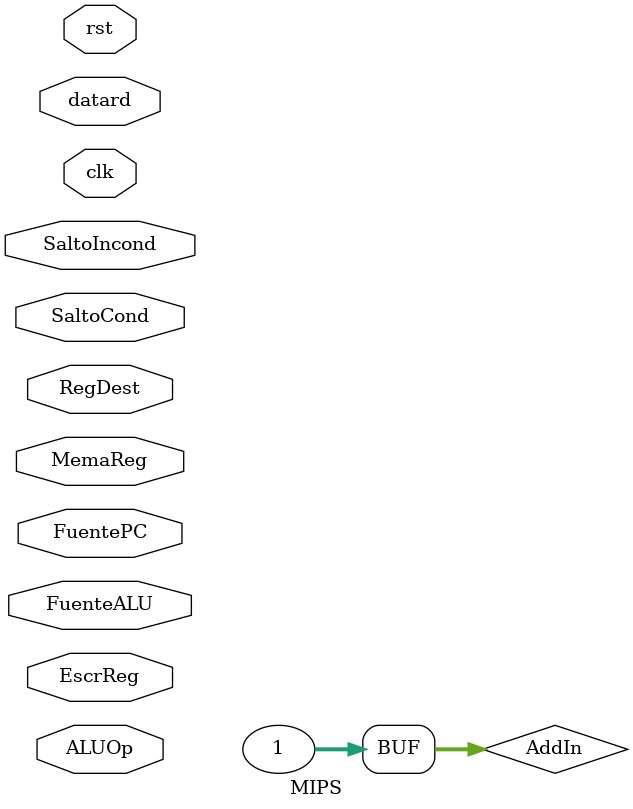
<source format=v>
module MIPS(
   //INPUTS & OUTPUTS
   //REG_FILE
   input clk,
   input rst,
   //PC
   
   //output reg [31:0] PC_out,
   
   //MUX
    input [31:0] datard,

    
    //Controlpath
    input RegDest,
    input SaltoIncond,
    input SaltoCond,
   // input LeerMem,
    input MemaReg,
    input [2:0] ALUOp,
   // input EscrMem,
    input FuenteALU,
    input EscrReg,
    input FuentePC
    
    );
    
    //Señales Memins
    wire [31:0] ins;
    
    //Reg_file
    wire [31:0] Op1;
    wire [31:0] data2;
    wire [31:0] Op2;
    
    //UES
    wire [31:0] out_UES;
    wire [31:0] fPC;
    
    integer AddIn = 1;
    
    wire [31:0] add1;
    
    wire [31:0] add2;
    
    wire [31:0] PC_in;    
    
    wire [31:0] ALU_out; 
    
    
    wire [4:0] mux_Reg_Regwr;
    
    wire [31:0] mux_Reg_Datawr;
    
    
    memins memins1(.fPC(fPC), .ins(ins));
    
    REG_FILE Register_1(.clk(clk), .we3(EscrReg), .ra1(ins[25:21]), .ra2(ins[20:16]), .wa3(mux_Reg_Regwr) , .wd3(mux_Reg_Datawr) , .rd1(Op1), .rd2(data2));  
    
    
    MUX #( .WIDTH(5) )MUX_regwr (.d0(ins[20:16]),.d1(ins[15:11]),.s(RegDest), .y(mux_Reg_Regwr));
    
    sign_extend UES(.in(ins[15:0]),.out(out_UES));
    
    MUX #( .WIDTH(32) )MUX_ALUOP2 (.d0(data2),.d1(out_UES),.s(FuenteALU), .y(Op2));
    
    ALU ALU1(.in1(Op1), .in2(Op2) , .sel(ALUOp), .ans(ALU_Out) );
    
    MUX #( .WIDTH(32) )MUX_MEMDATOUT (.d0(ALU_Out),.d1(datard),.s(MemaReg), .y(mux_Reg_Datawr));
    
    PC PC1(.PC_in(PC_in) , .clk(clk), .rst(rst), .PC_out(fPC));
    
    adder ADD1(.a(fPC), .b(AddIn) , .y(add1));
    
    adder ADD2(.a(add1), .b(out_UES), .y(add2)); 
    
    MUX #( .WIDTH(32) )MUX_PCin (.d0(add1),.d1(add2),.s(FuentePC), .y(PC_in));
    
         
endmodule

</source>
